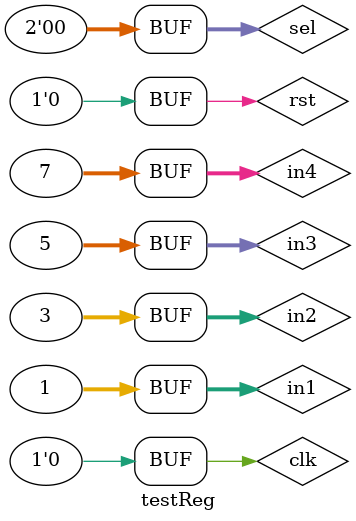
<source format=v>
module testReg();
  reg clk, rst;
  wire [31:0] prev;
  wire [31:0] curr;
  reg [31:0] in1, in2, in3, in4;
  reg [1:0] sel;
  MUX #(32) mux(in1, in2, in3, in4, sel, prev);
  register #(32) regis(prev, clk, rst, 1'b1, curr);
  initial begin 
    #100 
      rst = 1;
    #100
      rst = 0;
    #100
      clk = 0;
      in1= 32'd1;
      in2= 32'd3; 
      in3 = 32'd5; 
      in4 = 32'd7; 
    #100
      sel = 2'd0; 
    #100
      clk = 1;
    #100 
      clk = 0;
    #100
      clk = 1;
      sel = 2'd3; 
    #100
      clk = 0;
    #100
      clk = 1;
      sel= 2'd2;
    #100
      clk = 0;
    #100
      sel = 2'd0;
  end
endmodule
</source>
